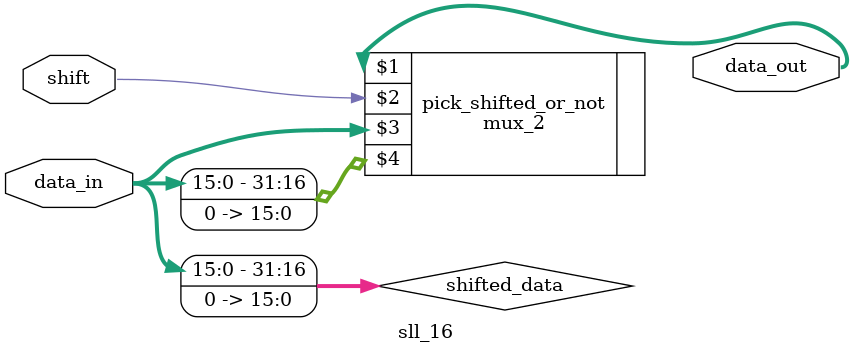
<source format=v>
module sll_16(data_out, data_in, shift);
    input [31:0] data_in;
    input shift;

    output [31:0] data_out;

    wire [31:0] shifted_data;

    assign shifted_data[15:0] = 0;
    assign shifted_data[31:16] = data_in[15:0];

    mux_2 pick_shifted_or_not(data_out, shift, data_in, shifted_data);

endmodule
</source>
